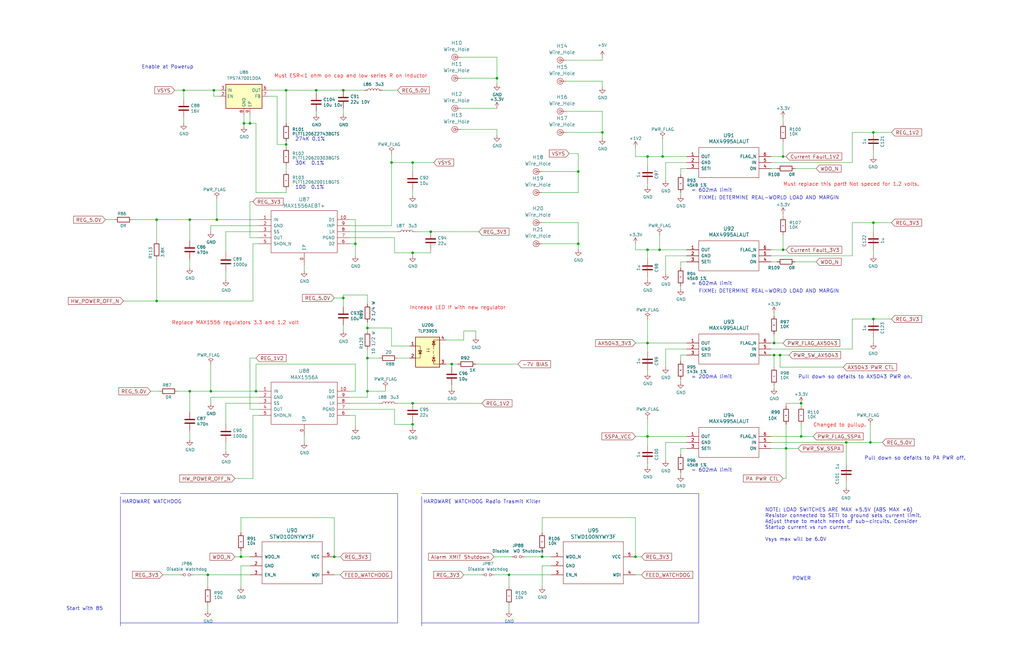
<source format=kicad_sch>
(kicad_sch (version 20230121) (generator eeschema)
  (paper "USLedger")
  (title_block (title "Radiation Tolerant PacSat Communication") (date "2023-06-17") (rev "A") (company "AMSAT-NA") (comment 1 "N5BRG"))
  (junction (at 181.61 97.79))
  (junction (at 228.6 234.95))
  (junction (at 101.6 234.95))
  (junction (at 140.97 234.95))
  (junction (at 326.39 144.78))
  (junction (at 254 55.88))
  (junction (at 279.4 66.04))
  (junction (at 173.99 106.68))
  (junction (at 77.47 38.1))
  (junction (at 278.13 105.41))
  (junction (at 66.04 127))
  (junction (at 80.01 165.1))
  (junction (at 267.97 234.95))
  (junction (at 273.05 184.15))
  (junction (at 154.94 151.13))
  (junction (at 144.78 38.1))
  (junction (at 368.3 134.62))
  (junction (at 88.9 165.1))
  (junction (at 243.84 72.39))
  (junction (at 337.82 170.18))
  (junction (at 120.65 60.96))
  (junction (at 102.87 52.07))
  (junction (at 90.17 38.1))
  (junction (at 144.78 125.73))
  (junction (at 149.86 102.87))
  (junction (at 154.94 138.43))
  (junction (at 330.2 105.41))
  (junction (at 214.63 242.57))
  (junction (at 105.41 52.07))
  (junction (at 154.94 165.1))
  (junction (at 165.1 68.58))
  (junction (at 173.99 179.07))
  (junction (at 337.82 184.15))
  (junction (at 356.87 186.69))
  (junction (at 133.35 38.1))
  (junction (at 120.65 38.1))
  (junction (at 330.2 66.04))
  (junction (at 87.63 242.57))
  (junction (at 80.01 92.71))
  (junction (at 368.3 55.88))
  (junction (at 107.95 165.1))
  (junction (at 91.44 92.71))
  (junction (at 173.99 170.18))
  (junction (at 243.84 102.87))
  (junction (at 173.99 68.58))
  (junction (at 273.05 105.41))
  (junction (at 326.39 149.86))
  (junction (at 209.55 33.02))
  (junction (at 66.04 92.71))
  (junction (at 273.05 66.04))
  (junction (at 331.47 189.23))
  (junction (at 367.03 186.69))
  (junction (at 368.3 93.98))
  (junction (at 273.05 144.78))
  (junction (at 190.5 153.67))
  (junction (at 328.93 149.86))
  (wire (pts (xy 287.02 81.28) (xy 287.02 82.55)))
  (wire (pts (xy 273.05 176.53) (xy 273.05 184.15)))
  (wire (pts (xy 147.32 172.72) (xy 166.37 172.72)))
  (wire (pts (xy 220.98 234.95) (xy 228.6 234.95)))
  (wire (pts (xy 194.31 54.61) (xy 209.55 54.61)))
  (wire (pts (xy 330.2 66.04) (xy 331.47 66.04)))
  (wire (pts (xy 273.05 156.21) (xy 273.05 157.48)))
  (wire (pts (xy 195.58 143.51) (xy 195.58 139.7)))
  (wire (pts (xy 243.84 64.77) (xy 240.03 64.77)))
  (polyline (pts (xy 50.8 208.28) (xy 167.64 208.28)))
  (wire (pts (xy 107.95 81.28) (xy 120.65 81.28)))
  (wire (pts (xy 95.25 97.79) (xy 95.25 106.68)))
  (wire (pts (xy 200.66 139.7) (xy 200.66 142.24)))
  (wire (pts (xy 359.41 107.95) (xy 359.41 93.98)))
  (wire (pts (xy 120.65 60.96) (xy 120.65 62.23)))
  (wire (pts (xy 359.41 68.58) (xy 359.41 55.88)))
  (wire (pts (xy 166.37 172.72) (xy 166.37 179.07)))
  (wire (pts (xy 66.04 109.22) (xy 66.04 127)))
  (polyline (pts (xy 167.64 262.89) (xy 50.8 262.89)))
  (wire (pts (xy 190.5 153.67) (xy 193.04 153.67)))
  (wire (pts (xy 105.41 100.33) (xy 109.22 100.33)))
  (wire (pts (xy 359.41 134.62) (xy 359.41 147.32)))
  (wire (pts (xy 273.05 184.15) (xy 289.56 184.15)))
  (wire (pts (xy 330.2 49.53) (xy 330.2 52.07)))
  (wire (pts (xy 368.3 93.98) (xy 375.92 93.98)))
  (wire (pts (xy 190.5 153.67) (xy 190.5 154.94)))
  (wire (pts (xy 95.25 114.3) (xy 95.25 118.11)))
  (polyline (pts (xy 294.64 262.89) (xy 177.8 262.89)))
  (wire (pts (xy 172.72 146.05) (xy 165.1 146.05)))
  (wire (pts (xy 144.78 38.1) (xy 153.67 38.1)))
  (wire (pts (xy 330.2 201.93) (xy 331.47 201.93)))
  (wire (pts (xy 77.47 49.53) (xy 77.47 52.07)))
  (wire (pts (xy 228.6 234.95) (xy 232.41 234.95)))
  (wire (pts (xy 144.78 124.46) (xy 144.78 125.73)))
  (wire (pts (xy 337.82 170.18) (xy 337.82 171.45)))
  (wire (pts (xy 116.84 60.96) (xy 120.65 60.96)))
  (wire (pts (xy 287.02 152.4) (xy 287.02 149.86)))
  (wire (pts (xy 81.28 242.57) (xy 87.63 242.57)))
  (wire (pts (xy 116.84 40.64) (xy 116.84 60.96)))
  (wire (pts (xy 147.32 165.1) (xy 149.86 165.1)))
  (wire (pts (xy 331.47 179.07) (xy 331.47 189.23)))
  (wire (pts (xy 99.06 234.95) (xy 101.6 234.95)))
  (wire (pts (xy 279.4 66.04) (xy 289.56 66.04)))
  (wire (pts (xy 105.41 238.76) (xy 101.6 238.76)))
  (wire (pts (xy 335.28 71.12) (xy 344.17 71.12)))
  (wire (pts (xy 120.65 69.85) (xy 120.65 72.39)))
  (wire (pts (xy 101.6 234.95) (xy 105.41 234.95)))
  (wire (pts (xy 181.61 106.68) (xy 173.99 106.68)))
  (wire (pts (xy 109.22 97.79) (xy 95.25 97.79)))
  (wire (pts (xy 209.55 54.61) (xy 209.55 57.15)))
  (wire (pts (xy 368.3 66.04) (xy 368.3 63.5)))
  (wire (pts (xy 140.97 234.95) (xy 143.51 234.95)))
  (wire (pts (xy 44.45 92.71) (xy 48.26 92.71)))
  (wire (pts (xy 109.22 175.26) (xy 106.68 175.26)))
  (wire (pts (xy 368.3 105.41) (xy 368.3 107.95)))
  (wire (pts (xy 273.05 109.22) (xy 273.05 105.41)))
  (wire (pts (xy 254 46.99) (xy 254 55.88)))
  (wire (pts (xy 90.17 40.64) (xy 92.71 40.64)))
  (wire (pts (xy 356.87 186.69) (xy 367.03 186.69)))
  (wire (pts (xy 325.12 66.04) (xy 330.2 66.04)))
  (wire (pts (xy 337.82 184.15) (xy 342.9 184.15)))
  (wire (pts (xy 287.02 191.77) (xy 287.02 189.23)))
  (wire (pts (xy 106.68 201.93) (xy 106.68 175.26)))
  (wire (pts (xy 105.41 48.26) (xy 105.41 52.07)))
  (wire (pts (xy 167.64 151.13) (xy 172.72 151.13)))
  (wire (pts (xy 173.99 80.01) (xy 173.99 82.55)))
  (wire (pts (xy 267.97 62.23) (xy 267.97 66.04)))
  (wire (pts (xy 181.61 105.41) (xy 181.61 106.68)))
  (wire (pts (xy 113.03 40.64) (xy 116.84 40.64)))
  (wire (pts (xy 368.3 55.88) (xy 375.92 55.88)))
  (wire (pts (xy 120.65 59.69) (xy 120.65 60.96)))
  (wire (pts (xy 102.87 52.07) (xy 102.87 53.34)))
  (wire (pts (xy 190.5 162.56) (xy 190.5 163.83)))
  (wire (pts (xy 182.88 68.58) (xy 173.99 68.58)))
  (wire (pts (xy 154.94 138.43) (xy 154.94 139.7)))
  (wire (pts (xy 326.39 144.78) (xy 325.12 144.78)))
  (wire (pts (xy 273.05 148.59) (xy 273.05 144.78)))
  (wire (pts (xy 107.95 81.28) (xy 107.95 52.07)))
  (wire (pts (xy 278.13 105.41) (xy 289.56 105.41)))
  (wire (pts (xy 109.22 167.64) (xy 88.9 167.64)))
  (wire (pts (xy 273.05 134.62) (xy 273.05 144.78)))
  (wire (pts (xy 77.47 38.1) (xy 90.17 38.1)))
  (wire (pts (xy 149.86 102.87) (xy 149.86 107.95)))
  (wire (pts (xy 208.28 242.57) (xy 214.63 242.57)))
  (wire (pts (xy 144.78 124.46) (xy 154.94 124.46)))
  (wire (pts (xy 133.35 46.99) (xy 133.35 48.26)))
  (wire (pts (xy 287.02 199.39) (xy 287.02 200.66)))
  (wire (pts (xy 200.66 153.67) (xy 218.44 153.67)))
  (wire (pts (xy 273.05 69.85) (xy 273.05 66.04)))
  (wire (pts (xy 77.47 41.91) (xy 77.47 38.1)))
  (wire (pts (xy 331.47 170.18) (xy 331.47 171.45)))
  (wire (pts (xy 243.84 102.87) (xy 243.84 105.41)))
  (wire (pts (xy 326.39 132.08) (xy 326.39 133.35)))
  (wire (pts (xy 101.6 218.44) (xy 140.97 218.44)))
  (wire (pts (xy 368.3 134.62) (xy 375.92 134.62)))
  (polyline (pts (xy 177.8 208.28) (xy 294.64 208.28)))
  (wire (pts (xy 330.2 66.04) (xy 330.2 59.69)))
  (wire (pts (xy 95.25 186.69) (xy 95.25 190.5)))
  (wire (pts (xy 325.12 184.15) (xy 337.82 184.15)))
  (wire (pts (xy 173.99 72.39) (xy 173.99 68.58)))
  (wire (pts (xy 273.05 195.58) (xy 273.05 196.85)))
  (wire (pts (xy 149.86 92.71) (xy 149.86 102.87)))
  (wire (pts (xy 80.01 165.1) (xy 88.9 165.1)))
  (wire (pts (xy 187.96 143.51) (xy 195.58 143.51)))
  (wire (pts (xy 326.39 149.86) (xy 326.39 154.94)))
  (wire (pts (xy 173.99 179.07) (xy 173.99 180.34)))
  (wire (pts (xy 106.68 102.87) (xy 109.22 102.87)))
  (wire (pts (xy 356.87 195.58) (xy 356.87 186.69)))
  (wire (pts (xy 66.04 92.71) (xy 66.04 101.6)))
  (wire (pts (xy 273.05 144.78) (xy 289.56 144.78)))
  (wire (pts (xy 80.01 92.71) (xy 80.01 101.6)))
  (wire (pts (xy 287.02 160.02) (xy 287.02 161.29)))
  (wire (pts (xy 144.78 137.16) (xy 144.78 139.7)))
  (wire (pts (xy 287.02 73.66) (xy 287.02 71.12)))
  (wire (pts (xy 165.1 95.25) (xy 165.1 68.58)))
  (wire (pts (xy 95.25 170.18) (xy 95.25 179.07)))
  (wire (pts (xy 162.56 163.83) (xy 162.56 165.1)))
  (wire (pts (xy 161.29 38.1) (xy 167.64 38.1)))
  (wire (pts (xy 154.94 151.13) (xy 160.02 151.13)))
  (wire (pts (xy 133.35 39.37) (xy 133.35 38.1)))
  (wire (pts (xy 76.2 242.57) (xy 68.58 242.57)))
  (wire (pts (xy 88.9 165.1) (xy 107.95 165.1)))
  (wire (pts (xy 326.39 162.56) (xy 326.39 163.83)))
  (wire (pts (xy 147.32 102.87) (xy 149.86 102.87)))
  (wire (pts (xy 87.63 255.27) (xy 87.63 257.81)))
  (wire (pts (xy 267.97 66.04) (xy 273.05 66.04)))
  (wire (pts (xy 209.55 24.13) (xy 209.55 33.02)))
  (wire (pts (xy 267.97 218.44) (xy 267.97 234.95)))
  (wire (pts (xy 105.41 151.13) (xy 107.95 151.13)))
  (wire (pts (xy 331.47 189.23) (xy 336.55 189.23)))
  (wire (pts (xy 187.96 153.67) (xy 190.5 153.67)))
  (wire (pts (xy 287.02 110.49) (xy 289.56 110.49)))
  (wire (pts (xy 133.35 38.1) (xy 144.78 38.1)))
  (wire (pts (xy 105.41 52.07) (xy 107.95 52.07)))
  (wire (pts (xy 120.65 80.01) (xy 120.65 81.28)))
  (wire (pts (xy 368.3 144.78) (xy 368.3 142.24)))
  (wire (pts (xy 154.94 151.13) (xy 154.94 165.1)))
  (wire (pts (xy 102.87 48.26) (xy 102.87 52.07)))
  (wire (pts (xy 167.64 170.18) (xy 173.99 170.18)))
  (wire (pts (xy 113.03 38.1) (xy 120.65 38.1)))
  (wire (pts (xy 165.1 138.43) (xy 154.94 138.43)))
  (wire (pts (xy 330.2 105.41) (xy 331.47 105.41)))
  (wire (pts (xy 107.95 153.67) (xy 107.95 165.1)))
  (wire (pts (xy 144.78 45.72) (xy 144.78 48.26)))
  (wire (pts (xy 289.56 68.58) (xy 280.67 68.58)))
  (wire (pts (xy 273.05 105.41) (xy 278.13 105.41)))
  (wire (pts (xy 128.27 184.15) (xy 128.27 186.69)))
  (wire (pts (xy 173.99 177.8) (xy 173.99 179.07)))
  (wire (pts (xy 106.68 127) (xy 106.68 102.87)))
  (wire (pts (xy 267.97 184.15) (xy 273.05 184.15)))
  (wire (pts (xy 149.86 175.26) (xy 149.86 180.34)))
  (wire (pts (xy 238.76 55.88) (xy 254 55.88)))
  (wire (pts (xy 228.6 238.76) (xy 228.6 247.65)))
  (wire (pts (xy 80.01 109.22) (xy 80.01 113.03)))
  (wire (pts (xy 74.93 165.1) (xy 80.01 165.1)))
  (wire (pts (xy 287.02 71.12) (xy 289.56 71.12)))
  (wire (pts (xy 175.26 97.79) (xy 181.61 97.79)))
  (wire (pts (xy 209.55 33.02) (xy 209.55 35.56)))
  (wire (pts (xy 359.41 93.98) (xy 368.3 93.98)))
  (wire (pts (xy 88.9 95.25) (xy 88.9 97.79)))
  (wire (pts (xy 254 34.29) (xy 254 36.83)))
  (wire (pts (xy 368.3 93.98) (xy 368.3 97.79)))
  (wire (pts (xy 173.99 106.68) (xy 173.99 107.95)))
  (wire (pts (xy 147.32 97.79) (xy 167.64 97.79)))
  (wire (pts (xy 238.76 25.4) (xy 254 25.4)))
  (wire (pts (xy 287.02 120.65) (xy 287.02 121.92)))
  (wire (pts (xy 273.05 66.04) (xy 279.4 66.04)))
  (wire (pts (xy 228.6 224.79) (xy 228.6 218.44)))
  (wire (pts (xy 367.03 186.69) (xy 372.11 186.69)))
  (wire (pts (xy 254 55.88) (xy 254 58.42)))
  (wire (pts (xy 287.02 189.23) (xy 289.56 189.23)))
  (wire (pts (xy 330.2 105.41) (xy 330.2 99.06)))
  (wire (pts (xy 243.84 72.39) (xy 243.84 81.28)))
  (wire (pts (xy 267.97 234.95) (xy 270.51 234.95)))
  (polyline (pts (xy 50.8 264.16) (xy 50.8 209.55)))
  (wire (pts (xy 243.84 93.98) (xy 243.84 102.87)))
  (wire (pts (xy 228.6 93.98) (xy 243.84 93.98)))
  (wire (pts (xy 90.17 38.1) (xy 90.17 40.64)))
  (wire (pts (xy 359.41 147.32) (xy 325.12 147.32)))
  (wire (pts (xy 87.63 242.57) (xy 87.63 247.65)))
  (wire (pts (xy 105.41 85.09) (xy 106.68 85.09)))
  (wire (pts (xy 273.05 187.96) (xy 273.05 184.15)))
  (wire (pts (xy 109.22 170.18) (xy 95.25 170.18)))
  (wire (pts (xy 166.37 106.68) (xy 173.99 106.68)))
  (wire (pts (xy 214.63 255.27) (xy 214.63 257.81)))
  (wire (pts (xy 328.93 149.86) (xy 328.93 154.94)))
  (wire (pts (xy 80.01 92.71) (xy 91.44 92.71)))
  (wire (pts (xy 228.6 102.87) (xy 243.84 102.87)))
  (wire (pts (xy 140.97 242.57) (xy 143.51 242.57)))
  (wire (pts (xy 326.39 149.86) (xy 328.93 149.86)))
  (wire (pts (xy 325.12 149.86) (xy 326.39 149.86)))
  (wire (pts (xy 194.31 45.72) (xy 209.55 45.72)))
  (wire (pts (xy 238.76 46.99) (xy 254 46.99)))
  (wire (pts (xy 91.44 92.71) (xy 109.22 92.71)))
  (wire (pts (xy 325.12 71.12) (xy 327.66 71.12)))
  (wire (pts (xy 105.41 85.09) (xy 105.41 100.33)))
  (wire (pts (xy 147.32 95.25) (xy 165.1 95.25)))
  (wire (pts (xy 154.94 147.32) (xy 154.94 151.13)))
  (wire (pts (xy 335.28 110.49) (xy 344.17 110.49)))
  (wire (pts (xy 267.97 144.78) (xy 273.05 144.78)))
  (wire (pts (xy 147.32 170.18) (xy 160.02 170.18)))
  (wire (pts (xy 267.97 105.41) (xy 273.05 105.41)))
  (wire (pts (xy 367.03 179.07) (xy 367.03 186.69)))
  (wire (pts (xy 88.9 153.67) (xy 88.9 165.1)))
  (wire (pts (xy 214.63 242.57) (xy 232.41 242.57)))
  (wire (pts (xy 66.04 92.71) (xy 80.01 92.71)))
  (wire (pts (xy 325.12 105.41) (xy 330.2 105.41)))
  (wire (pts (xy 166.37 100.33) (xy 166.37 106.68)))
  (wire (pts (xy 120.65 38.1) (xy 120.65 52.07)))
  (wire (pts (xy 273.05 77.47) (xy 273.05 78.74)))
  (wire (pts (xy 88.9 167.64) (xy 88.9 170.18)))
  (wire (pts (xy 330.2 90.17) (xy 330.2 91.44)))
  (wire (pts (xy 109.22 95.25) (xy 88.9 95.25)))
  (wire (pts (xy 280.67 147.32) (xy 280.67 154.94)))
  (wire (pts (xy 331.47 189.23) (xy 331.47 201.93)))
  (wire (pts (xy 289.56 107.95) (xy 280.67 107.95)))
  (wire (pts (xy 267.97 102.87) (xy 267.97 105.41)))
  (wire (pts (xy 228.6 81.28) (xy 243.84 81.28)))
  (wire (pts (xy 165.1 68.58) (xy 173.99 68.58)))
  (wire (pts (xy 355.6 154.94) (xy 328.93 154.94)))
  (wire (pts (xy 154.94 165.1) (xy 154.94 167.64)))
  (wire (pts (xy 359.41 134.62) (xy 368.3 134.62)))
  (wire (pts (xy 105.41 172.72) (xy 105.41 151.13)))
  (wire (pts (xy 90.17 38.1) (xy 92.71 38.1)))
  (wire (pts (xy 325.12 110.49) (xy 327.66 110.49)))
  (polyline (pts (xy 167.64 208.28) (xy 167.64 262.89)))
  (wire (pts (xy 254 24.13) (xy 254 25.4)))
  (wire (pts (xy 289.56 186.69) (xy 280.67 186.69)))
  (wire (pts (xy 273.05 116.84) (xy 273.05 118.11)))
  (wire (pts (xy 287.02 149.86) (xy 289.56 149.86)))
  (wire (pts (xy 232.41 238.76) (xy 228.6 238.76)))
  (wire (pts (xy 52.07 127) (xy 66.04 127)))
  (wire (pts (xy 154.94 135.89) (xy 154.94 138.43)))
  (wire (pts (xy 101.6 232.41) (xy 101.6 234.95)))
  (wire (pts (xy 326.39 140.97) (xy 326.39 144.78)))
  (wire (pts (xy 87.63 242.57) (xy 105.41 242.57)))
  (wire (pts (xy 194.31 24.13) (xy 209.55 24.13)))
  (wire (pts (xy 337.82 170.18) (xy 331.47 170.18)))
  (wire (pts (xy 147.32 92.71) (xy 149.86 92.71)))
  (wire (pts (xy 120.65 38.1) (xy 133.35 38.1)))
  (wire (pts (xy 109.22 172.72) (xy 105.41 172.72)))
  (polyline (pts (xy 177.8 264.16) (xy 177.8 209.55)))
  (wire (pts (xy 195.58 139.7) (xy 200.66 139.7)))
  (wire (pts (xy 325.12 186.69) (xy 356.87 186.69)))
  (wire (pts (xy 359.41 55.88) (xy 368.3 55.88)))
  (wire (pts (xy 166.37 179.07) (xy 173.99 179.07)))
  (wire (pts (xy 165.1 146.05) (xy 165.1 138.43)))
  (wire (pts (xy 289.56 147.32) (xy 280.67 147.32)))
  (wire (pts (xy 243.84 64.77) (xy 243.84 72.39)))
  (wire (pts (xy 101.6 224.79) (xy 101.6 218.44)))
  (wire (pts (xy 214.63 242.57) (xy 214.63 247.65)))
  (wire (pts (xy 356.87 205.74) (xy 356.87 203.2)))
  (wire (pts (xy 325.12 107.95) (xy 359.41 107.95)))
  (wire (pts (xy 144.78 125.73) (xy 140.97 125.73)))
  (wire (pts (xy 267.97 242.57) (xy 270.51 242.57)))
  (wire (pts (xy 66.04 127) (xy 106.68 127)))
  (wire (pts (xy 173.99 170.18) (xy 203.2 170.18)))
  (wire (pts (xy 147.32 167.64) (xy 154.94 167.64)))
  (wire (pts (xy 102.87 52.07) (xy 105.41 52.07)))
  (wire (pts (xy 330.2 144.78) (xy 326.39 144.78)))
  (wire (pts (xy 287.02 113.03) (xy 287.02 110.49)))
  (wire (pts (xy 154.94 124.46) (xy 154.94 128.27)))
  (wire (pts (xy 325.12 189.23) (xy 331.47 189.23)))
  (wire (pts (xy 337.82 179.07) (xy 337.82 184.15)))
  (wire (pts (xy 80.01 165.1) (xy 80.01 173.99)))
  (wire (pts (xy 165.1 64.77) (xy 165.1 68.58)))
  (wire (pts (xy 147.32 175.26) (xy 149.86 175.26)))
  (wire (pts (xy 228.6 218.44) (xy 267.97 218.44)))
  (wire (pts (xy 149.86 153.67) (xy 107.95 153.67)))
  (wire (pts (xy 128.27 111.76) (xy 128.27 114.3)))
  (wire (pts (xy 278.13 99.06) (xy 278.13 105.41)))
  (wire (pts (xy 144.78 129.54) (xy 144.78 125.73)))
  (wire (pts (xy 280.67 186.69) (xy 280.67 194.31)))
  (wire (pts (xy 280.67 68.58) (xy 280.67 76.2)))
  (wire (pts (xy 228.6 232.41) (xy 228.6 234.95)))
  (wire (pts (xy 55.88 92.71) (xy 66.04 92.71)))
  (wire (pts (xy 149.86 165.1) (xy 149.86 153.67)))
  (wire (pts (xy 91.44 83.82) (xy 91.44 92.71)))
  (wire (pts (xy 101.6 238.76) (xy 101.6 247.65)))
  (wire (pts (xy 279.4 58.42) (xy 279.4 66.04)))
  (wire (pts (xy 325.12 68.58) (xy 359.41 68.58)))
  (wire (pts (xy 147.32 100.33) (xy 166.37 100.33)))
  (wire (pts (xy 77.47 38.1) (xy 73.66 38.1)))
  (wire (pts (xy 228.6 72.39) (xy 243.84 72.39)))
  (wire (pts (xy 63.5 165.1) (xy 67.31 165.1)))
  (wire (pts (xy 194.31 33.02) (xy 209.55 33.02)))
  (wire (pts (xy 107.95 165.1) (xy 109.22 165.1)))
  (wire (pts (xy 208.28 234.95) (xy 215.9 234.95)))
  (wire (pts (xy 181.61 97.79) (xy 201.93 97.79)))
  (wire (pts (xy 328.93 149.86) (xy 332.74 149.86)))
  (polyline (pts (xy 294.64 208.28) (xy 294.64 262.89)))
  (wire (pts (xy 140.97 218.44) (xy 140.97 234.95)))
  (wire (pts (xy 80.01 181.61) (xy 80.01 185.42)))
  (wire (pts (xy 154.94 165.1) (xy 162.56 165.1)))
  (wire (pts (xy 99.06 201.93) (xy 106.68 201.93)))
  (wire (pts (xy 280.67 107.95) (xy 280.67 115.57)))
  (wire (pts (xy 238.76 34.29) (xy 254 34.29)))
  (wire (pts (xy 203.2 242.57) (xy 195.58 242.57)))
  (text "Replace MAX1556 regulators 3.3 and 1.2 volt\n" (at 72.39 137.16 0) (effects (font (size 1.524 1.524)) (justify left bottom)))
  (text "Increase LED If with new regulator" (at 172.72 130.81 0) (effects (font (size 1.524 1.524)) (justify left bottom)))
  (text "= 200mA limit" (at 291.465 160.02 0) (effects (font (size 1.524 1.524)) (justify left bottom)))
  (text "FIXME: DETERMINE REAL-WORLD LOAD AND MARGIN" (at 294.64 84.455 0) (effects (font (size 1.524 1.524)) (justify left bottom)))
  (text "Must replace this part! Not speced for 1.2 volts." (at 330.2 78.74 0) (effects (font (size 1.524 1.524)) (justify left bottom)))
  (text "Must ESR<1 ohm on cap and low series R on Inductor" (at 115.57 33.02 0) (effects (font (size 1.524 1.524)) (justify left bottom)))
  (text "Start with 85" (at 27.94 257.81 0) (effects (font (size 1.524 1.524)) (justify left bottom)))
  (text "30K  0.1%" (at 124.46 69.85 0) (effects (font (size 1.524 1.524)) (justify left bottom)))
  (text "Changed to pullup." (at 342.9 180.34 0) (effects (font (size 1.524 1.524)) (justify left bottom)))
  (text "274K 0.1%" (at 124.46 59.69 0) (effects (font (size 1.524 1.524)) (justify left bottom)))
  (text "NOTE: LOAD SWITCHES ARE MAX +5.5V (ABS MAX +6)\nResistor connected to SETI to ground sets current limit.\nAdjust these to match needs of sub-circuits. Consider\nStartup current vs run current.\n" (at 322.58 223.52 0) (effects (font (size 1.524 1.524)) (justify left bottom)))
  (text "HARDWARE WATCHDOG" (at 51.435 212.725 0) (effects (font (size 1.524 1.524)) (justify left bottom)))
  (text "100  0.1%" (at 124.46 80.01 0) (effects (font (size 1.524 1.524)) (justify left bottom)))
  (text "FIXME: DETERMINE REAL-WORLD LOAD AND MARGIN" (at 294.64 123.825 0) (effects (font (size 1.524 1.524)) (justify left bottom)))
  (text "Vsys max will be 6.0V" (at 322.58 228.6 0) (effects (font (size 1.524 1.524)) (justify left bottom)))
  (text "HARDWARE WATCHDOG Radio Trasmit Killer" (at 178.435 212.725 0) (effects (font (size 1.524 1.524)) (justify left bottom)))
  (text "= 602mA limit" (at 291.465 120.65 0) (effects (font (size 1.524 1.524)) (justify left bottom)))
  (text "Pull down so defalts to AX5043 PWR on." (at 336.55 160.02 0) (effects (font (size 1.524 1.524)) (justify left bottom)))
  (text "Enable at Powerup" (at 59.69 29.21 0) (effects (font (size 1.524 1.524)) (justify left bottom)))
  (text "Pull down so defalts to PA PWR off." (at 364.49 194.31 0) (effects (font (size 1.524 1.524)) (justify left bottom)))
  (text "= 602mA limit" (at 291.465 81.28 0) (effects (font (size 1.524 1.524)) (justify left bottom)))
  (text "POWER" (at 334.01 245.11 0) (effects (font (size 1.524 1.524)) (justify left bottom)))
  (text "= 602mA limit" (at 291.465 199.39 0) (effects (font (size 1.524 1.524)) (justify left bottom)))
  (global_label "HW_POWER_OFF_N" (shape input) (at 99.06 201.93 180) (effects (font (size 1.524 1.524))) (property "Intersheetrefs" "${INTERSHEET_REFS}" (effects hide)))
  (global_label "HW_POWER_OFF_N" (shape input) (at 52.07 127 180) (effects (font (size 1.524 1.524))) (property "Intersheetrefs" "${INTERSHEET_REFS}" (effects hide)))
  (global_label "PWR_FLAG_AX5043" (shape input) (at 330.2 144.78 0) (effects (font (size 1.524 1.524))) (property "Intersheetrefs" "${INTERSHEET_REFS}" (effects hide)))
  (global_label "-7V BIAS" (shape input) (at 218.44 153.67 0) (effects (font (size 1.524 1.524))) (property "Intersheetrefs" "${INTERSHEET_REFS}" (effects hide)))
  (global_label "VSYS" (shape input) (at 182.88 68.58 0) (effects (font (size 1.524 1.524))) (property "Intersheetrefs" "${INTERSHEET_REFS}" (effects hide)))
  (global_label "WDO_N" (shape input) (at 344.17 110.49 0) (effects (font (size 1.524 1.524))) (property "Intersheetrefs" "${INTERSHEET_REFS}" (effects hide)))
  (global_label "REG_5.0V" (shape input) (at 63.5 165.1 180) (effects (font (size 1.524 1.524))) (property "Intersheetrefs" "${INTERSHEET_REFS}" (effects hide)))
  (global_label "WDO_N" (shape input) (at 99.06 234.95 180) (effects (font (size 1.524 1.524))) (property "Intersheetrefs" "${INTERSHEET_REFS}" (effects hide)))
  (global_label "REG_3V3" (shape input) (at 270.51 234.95 0) (effects (font (size 1.524 1.524))) (property "Intersheetrefs" "${INTERSHEET_REFS}" (effects hide)))
  (global_label "REG_3V3" (shape input) (at 68.58 242.57 180) (effects (font (size 1.524 1.524))) (property "Intersheetrefs" "${INTERSHEET_REFS}" (effects hide)))
  (global_label "PWR_SW_SSPA" (shape input) (at 336.55 189.23 0) (effects (font (size 1.524 1.524))) (property "Intersheetrefs" "${INTERSHEET_REFS}" (effects hide)))
  (global_label "REG_1V2" (shape input) (at 107.95 151.13 0) (effects (font (size 1.524 1.524))) (property "Intersheetrefs" "${INTERSHEET_REFS}" (effects hide)))
  (global_label "REG_3V3" (shape input) (at 201.93 97.79 0) (effects (font (size 1.524 1.524))) (property "Intersheetrefs" "${INTERSHEET_REFS}" (effects hide)))
  (global_label "WDO_N" (shape input) (at 344.17 71.12 0) (effects (font (size 1.524 1.524))) (property "Intersheetrefs" "${INTERSHEET_REFS}" (effects hide)))
  (global_label "REG_1V2" (shape input) (at 203.2 170.18 0) (effects (font (size 1.524 1.524))) (property "Intersheetrefs" "${INTERSHEET_REFS}" (effects hide)))
  (global_label "Current Fault_1V2" (shape input) (at 331.47 66.04 0) (effects (font (size 1.524 1.524))) (property "Intersheetrefs" "${INTERSHEET_REFS}" (effects hide)))
  (global_label "SSPA_VCC" (shape input) (at 267.97 184.15 180) (effects (font (size 1.524 1.524))) (property "Intersheetrefs" "${INTERSHEET_REFS}" (effects hide)))
  (global_label "FEED_WATCHDOG" (shape input) (at 270.51 242.57 0) (effects (font (size 1.524 1.524))) (property "Intersheetrefs" "${INTERSHEET_REFS}" (effects hide)))
  (global_label "REG_3V3" (shape input) (at 143.51 234.95 0) (effects (font (size 1.524 1.524))) (property "Intersheetrefs" "${INTERSHEET_REFS}" (effects hide)))
  (global_label "PWR_FLAG_SSPA" (shape input) (at 342.9 184.15 0) (effects (font (size 1.524 1.524))) (property "Intersheetrefs" "${INTERSHEET_REFS}" (effects hide)))
  (global_label "AX5043_3V3" (shape input) (at 267.97 144.78 180) (effects (font (size 1.524 1.524))) (property "Intersheetrefs" "${INTERSHEET_REFS}" (effects hide)))
  (global_label "REG_3V3" (shape input) (at 106.68 85.09 0) (effects (font (size 1.524 1.524))) (property "Intersheetrefs" "${INTERSHEET_REFS}" (effects hide)))
  (global_label "AX5043 PWR CTL" (shape input) (at 355.6 154.94 0) (effects (font (size 1.524 1.524))) (property "Intersheetrefs" "${INTERSHEET_REFS}" (effects hide)))
  (global_label "VSYS" (shape input) (at 73.66 38.1 180) (effects (font (size 1.524 1.524))) (property "Intersheetrefs" "${INTERSHEET_REFS}" (effects hide)))
  (global_label "Current Fault_3V3" (shape input) (at 331.47 105.41 0) (effects (font (size 1.524 1.524))) (property "Intersheetrefs" "${INTERSHEET_REFS}" (effects hide)))
  (global_label "REG_1V2" (shape input) (at 375.92 55.88 0) (effects (font (size 1.524 1.524))) (property "Intersheetrefs" "${INTERSHEET_REFS}" (effects hide)))
  (global_label "PWR_SW_AX5043" (shape input) (at 332.74 149.86 0) (effects (font (size 1.524 1.524))) (property "Intersheetrefs" "${INTERSHEET_REFS}" (effects hide)))
  (global_label "REG_3V3" (shape input) (at 375.92 134.62 0) (effects (font (size 1.524 1.524))) (property "Intersheetrefs" "${INTERSHEET_REFS}" (effects hide)))
  (global_label "REG_3V3" (shape input) (at 195.58 242.57 180) (effects (font (size 1.524 1.524))) (property "Intersheetrefs" "${INTERSHEET_REFS}" (effects hide)))
  (global_label "FEED_WATCHDOG" (shape input) (at 143.51 242.57 0) (effects (font (size 1.524 1.524))) (property "Intersheetrefs" "${INTERSHEET_REFS}" (effects hide)))
  (global_label "REG_5.0V" (shape input) (at 140.97 125.73 180) (effects (font (size 1.524 1.524))) (property "Intersheetrefs" "${INTERSHEET_REFS}" (effects hide)))
  (global_label "REG_3V3" (shape input) (at 375.92 93.98 0) (effects (font (size 1.524 1.524))) (property "Intersheetrefs" "${INTERSHEET_REFS}" (effects hide)))
  (global_label "REG_5.0V" (shape input) (at 44.45 92.71 180) (effects (font (size 1.524 1.524))) (property "Intersheetrefs" "${INTERSHEET_REFS}" (effects hide)))
  (global_label "VSYS" (shape input) (at 240.03 64.77 180) (effects (font (size 1.524 1.524))) (property "Intersheetrefs" "${INTERSHEET_REFS}" (effects hide)))
  (global_label "PA PWR CTL" (shape input) (at 330.2 201.93 180) (effects (font (size 1.524 1.524))) (property "Intersheetrefs" "${INTERSHEET_REFS}" (effects hide)))
  (global_label "Alarm XMIT Shutdown" (shape input) (at 208.28 234.95 180) (effects (font (size 1.524 1.524))) (property "Intersheetrefs" "${INTERSHEET_REFS}" (effects hide)))
  (global_label "REG_5.0V" (shape input) (at 372.11 186.69 0) (effects (font (size 1.524 1.524))) (property "Intersheetrefs" "${INTERSHEET_REFS}" (effects hide)))
  (global_label "REG_5.0V" (shape input) (at 167.64 38.1 0) (effects (font (size 1.524 1.524))) (property "Intersheetrefs" "${INTERSHEET_REFS}" (effects hide)))
  (symbol (lib_id "Device:L") (at 171.45 97.79 90) (unit 1)
    (property "Reference" "L87" (at 168.91 95.25 90))
    (property "Value" "3u3" (at 173.99 95.25 90))
    (property "Footprint" "Inductor_SMD:L_1210_3225Metric_Pad1.42x2.65mm_HandSolder" (effects hide))
  )
  (symbol (lib_id "Device:C") (at 181.61 101.6 0) (unit 1)
    (property "Reference" "C94" (at 184.531 100.4316 0) (effects (justify left)))
    (property "Value" "22u" (at 184.531 102.743 0) (effects (justify left)))
    (property "Footprint" "Capacitor_SMD:C_2220_5650Metric_Pad1.97x5.40mm_HandSolder" (effects hide))
  )
  (symbol (lib_id "Device:C") (at 80.01 105.41 0) (unit 1)
    (property "Reference" "C86" (at 82.931 104.2416 0) (effects (justify left)))
    (property "Value" "470n" (at 82.931 106.553 0) (effects (justify left)))
    (property "Footprint" "Capacitor_SMD:C_0603_1608Metric_Pad1.08x0.95mm_HandSolder" (effects hide))
  )
  (symbol (lib_id "power:GND") (at 80.01 113.03 0) (unit 1)
    (property "Reference" "#PWR088" (effects hide))
    (property "Value" "GND" (at 80.137 117.4242 0))
  )
  (symbol (lib_id "Device:C") (at 173.99 76.2 0) (unit 1)
    (property "Reference" "C92" (at 176.911 75.0316 0) (effects (justify left)))
    (property "Value" "10u" (at 176.911 77.343 0) (effects (justify left)))
    (property "Footprint" "Capacitor_SMD:C_1206_3216Metric_Pad1.33x1.80mm_HandSolder" (effects hide))
  )
  (symbol (lib_id "power:GND") (at 173.99 82.55 0) (unit 1)
    (property "Reference" "#PWR0111" (effects hide))
    (property "Value" "GND" (at 174.117 86.9442 0))
  )
  (symbol (lib_id "power:GND") (at 173.99 107.95 0) (unit 1)
    (property "Reference" "#PWR0115" (effects hide))
    (property "Value" "GND" (at 174.117 112.3442 0))
  )
  (symbol (lib_id "power:GND") (at 280.67 154.94 0) (unit 1)
    (property "Reference" "#PWR0135" (effects hide))
    (property "Value" "GND" (at 280.797 159.3342 0))
  )
  (symbol (lib_id "Device:C") (at 368.3 138.43 0) (mirror y) (unit 1)
    (property "Reference" "C123" (at 372.11 138.43 90))
    (property "Value" "1u" (at 364.49 138.43 90))
    (property "Footprint" "Capacitor_SMD:C_0805_2012Metric_Pad1.18x1.45mm_HandSolder" (effects hide))
    (property "Datasheet" "~" (at 368.3 138.43 0))
  )
  (symbol (lib_id "power:GND") (at 368.3 144.78 0) (mirror y) (unit 1)
    (property "Reference" "#PWR0190" (effects hide))
    (property "Value" "GND" (at 368.173 149.1742 0))
  )
  (symbol (lib_id "power:GND") (at 356.87 205.74 0) (mirror y) (unit 1)
    (property "Reference" "#PWR0187" (effects hide))
    (property "Value" "GND" (at 356.743 210.1342 0))
  )
  (symbol (lib_id "Device:C") (at 356.87 199.39 0) (mirror y) (unit 1)
    (property "Reference" "C101" (at 353.06 201.93 90))
    (property "Value" "1u" (at 353.06 196.85 90))
    (property "Footprint" "Capacitor_SMD:C_0805_2012Metric_Pad1.18x1.45mm_HandSolder" (effects hide))
    (property "Datasheet" "~" (at 356.87 199.39 0))
  )
  (symbol (lib_id "PACSAT_ICs:MAX1556A") (at 128.27 97.79 0) (unit 1)
    (property "Reference" "U87" (at 128.27 84.1502 0) (effects (font (size 1.524 1.524))))
    (property "Value" "MAX1556AEBT+" (at 128.27 86.8426 0) (effects (font (size 1.524 1.524))))
    (property "Footprint" "PacSatDev_maxim:TDFN_T1033_1" (effects hide))
  )
  (symbol (lib_id "Device:R") (at 52.07 92.71 90) (unit 1)
    (property "Reference" "R86" (at 53.34 90.17 90) (effects (justify left)))
    (property "Value" "0R" (at 53.34 95.25 90) (effects (justify left)))
    (property "Footprint" "Resistor_SMD:R_0603_1608Metric_Pad0.98x0.95mm_HandSolder" (effects hide))
  )
  (symbol (lib_id "Device:C") (at 95.25 110.49 0) (unit 1)
    (property "Reference" "C89" (at 98.171 109.3216 0) (effects (justify left)))
    (property "Value" "1000p" (at 98.171 111.633 0) (effects (justify left)))
    (property "Footprint" "Capacitor_SMD:C_0603_1608Metric_Pad1.08x0.95mm_HandSolder" (effects hide))
  )
  (symbol (lib_id "power:GND") (at 95.25 118.11 0) (unit 1)
    (property "Reference" "#PWR098" (effects hide))
    (property "Value" "GND" (at 95.377 122.5042 0))
  )
  (symbol (lib_id "power:GND") (at 88.9 97.79 0) (unit 1)
    (property "Reference" "#PWR096" (effects hide))
    (property "Value" "GND" (at 89.027 102.1842 0))
  )
  (symbol (lib_id "power:GND") (at 128.27 114.3 0) (unit 1)
    (property "Reference" "#PWR0108" (effects hide))
    (property "Value" "GND" (at 128.397 118.6942 0))
  )
  (symbol (lib_id "power:GND") (at 149.86 107.95 0) (unit 1)
    (property "Reference" "#PWR0113" (effects hide))
    (property "Value" "GND" (at 149.987 112.3442 0))
  )
  (symbol (lib_id "Device:L") (at 163.83 170.18 90) (unit 1)
    (property "Reference" "L88" (at 161.29 167.64 90))
    (property "Value" "3u3" (at 166.37 167.64 90))
    (property "Footprint" "Inductor_SMD:L_1210_3225Metric_Pad1.42x2.65mm_HandSolder" (effects hide))
  )
  (symbol (lib_id "Device:C") (at 173.99 173.99 0) (unit 1)
    (property "Reference" "C95" (at 176.911 172.8216 0) (effects (justify left)))
    (property "Value" "22u" (at 176.911 175.133 0) (effects (justify left)))
    (property "Footprint" "Capacitor_SMD:C_2220_5650Metric_Pad1.97x5.40mm_HandSolder" (effects hide))
  )
  (symbol (lib_id "Device:C") (at 80.01 177.8 0) (unit 1)
    (property "Reference" "C87" (at 82.931 176.6316 0) (effects (justify left)))
    (property "Value" "470n" (at 82.931 178.943 0) (effects (justify left)))
    (property "Footprint" "Capacitor_SMD:C_0603_1608Metric_Pad1.08x0.95mm_HandSolder" (effects hide))
  )
  (symbol (lib_id "power:GND") (at 80.01 185.42 0) (unit 1)
    (property "Reference" "#PWR092" (effects hide))
    (property "Value" "GND" (at 80.137 189.8142 0))
  )
  (symbol (lib_id "Device:C") (at 144.78 133.35 0) (unit 1)
    (property "Reference" "C93" (at 147.701 132.1816 0) (effects (justify left)))
    (property "Value" "10u" (at 147.701 134.493 0) (effects (justify left)))
    (property "Footprint" "Capacitor_SMD:C_2220_5650Metric_Pad1.97x5.40mm_HandSolder" (effects hide))
  )
  (symbol (lib_id "power:GND") (at 144.78 139.7 0) (unit 1)
    (property "Reference" "#PWR0112" (effects hide))
    (property "Value" "GND" (at 144.907 144.0942 0))
  )
  (symbol (lib_id "power:GND") (at 173.99 180.34 0) (unit 1)
    (property "Reference" "#PWR0116" (effects hide))
    (property "Value" "GND" (at 174.117 184.7342 0))
  )
  (symbol (lib_id "PACSAT_ICs:MAX1556A") (at 128.27 170.18 0) (unit 1)
    (property "Reference" "U88" (at 128.27 156.5402 0) (effects (font (size 1.524 1.524))))
    (property "Value" "MAX1556A" (at 128.27 159.2326 0) (effects (font (size 1.524 1.524))))
    (property "Footprint" "PacSatDev_maxim:TDFN_T1033_1" (effects hide))
  )
  (symbol (lib_id "Device:R") (at 71.12 165.1 90) (unit 1)
    (property "Reference" "R87" (at 72.39 162.56 90) (effects (justify left)))
    (property "Value" "0R" (at 72.39 167.64 90) (effects (justify left)))
    (property "Footprint" "Resistor_SMD:R_0603_1608Metric_Pad0.98x0.95mm_HandSolder" (effects hide))
  )
  (symbol (lib_id "Device:C") (at 95.25 182.88 0) (unit 1)
    (property "Reference" "C90" (at 98.171 181.7116 0) (effects (justify left)))
    (property "Value" "1000p" (at 98.171 184.023 0) (effects (justify left)))
    (property "Footprint" "Capacitor_SMD:C_0603_1608Metric_Pad1.08x0.95mm_HandSolder" (effects hide))
  )
  (symbol (lib_id "power:GND") (at 95.25 190.5 0) (unit 1)
    (property "Reference" "#PWR099" (effects hide))
    (property "Value" "GND" (at 95.377 194.8942 0))
  )
  (symbol (lib_id "power:GND") (at 88.9 170.18 0) (unit 1)
    (property "Reference" "#PWR097" (effects hide))
    (property "Value" "GND" (at 89.027 174.5742 0))
  )
  (symbol (lib_id "power:GND") (at 128.27 186.69 0) (unit 1)
    (property "Reference" "#PWR0109" (effects hide))
    (property "Value" "GND" (at 128.397 191.0842 0))
  )
  (symbol (lib_id "power:GND") (at 149.86 180.34 0) (unit 1)
    (property "Reference" "#PWR0114" (effects hide))
    (property "Value" "GND" (at 149.987 184.7342 0))
  )
  (symbol (lib_id "Device:R") (at 287.02 156.21 0) (unit 1)
    (property "Reference" "R95" (at 289.56 154.94 0) (effects (justify left)))
    (property "Value" "143k 1%" (at 289.56 156.845 0) (effects (justify left)))
    (property "Footprint" "Resistor_SMD:R_0603_1608Metric_Pad0.98x0.95mm_HandSolder" (effects hide))
    (property "Datasheet" "~" (at 287.02 156.21 0))
  )
  (symbol (lib_id "power:GND") (at 287.02 161.29 0) (unit 1)
    (property "Reference" "#PWR0139" (effects hide))
    (property "Value" "GND" (at 287.147 165.6842 0))
  )
  (symbol (lib_id "power:GND") (at 280.67 194.31 0) (unit 1)
    (property "Reference" "#PWR0136" (effects hide))
    (property "Value" "GND" (at 280.797 198.7042 0))
  )
  (symbol (lib_id "Device:R") (at 287.02 195.58 0) (unit 1)
    (property "Reference" "R96" (at 289.56 194.31 0) (effects (justify left)))
    (property "Value" "45k8 1%" (at 289.56 196.215 0) (effects (justify left)))
    (property "Footprint" "Resistor_SMD:R_0603_1608Metric_Pad0.98x0.95mm_HandSolder" (effects hide))
    (property "Datasheet" "~" (at 287.02 195.58 0))
  )
  (symbol (lib_id "power:GND") (at 287.02 200.66 0) (unit 1)
    (property "Reference" "#PWR0162" (effects hide))
    (property "Value" "GND" (at 287.147 205.0542 0))
  )
  (symbol (lib_id "Device:C") (at 273.05 152.4 0) (mirror y) (unit 1)
    (property "Reference" "C99" (at 276.86 152.4 90))
    (property "Value" "1u" (at 269.24 152.4 90))
    (property "Footprint" "Capacitor_SMD:C_0805_2012Metric_Pad1.18x1.45mm_HandSolder" (effects hide))
    (property "Datasheet" "~" (at 273.05 152.4 0))
  )
  (symbol (lib_id "power:GND") (at 273.05 157.48 0) (unit 1)
    (property "Reference" "#PWR0131" (effects hide))
    (property "Value" "GND" (at 273.177 161.8742 0))
  )
  (symbol (lib_id "Device:C") (at 273.05 191.77 0) (mirror y) (unit 1)
    (property "Reference" "C100" (at 276.86 191.77 90))
    (property "Value" "1u" (at 269.24 191.77 90))
    (property "Footprint" "Capacitor_SMD:C_0805_2012Metric_Pad1.18x1.45mm_HandSolder" (effects hide))
    (property "Datasheet" "~" (at 273.05 191.77 0))
  )
  (symbol (lib_id "power:GND") (at 273.05 196.85 0) (unit 1)
    (property "Reference" "#PWR0132" (effects hide))
    (property "Value" "GND" (at 273.177 201.2442 0))
  )
  (symbol (lib_id "power:GND") (at 280.67 115.57 0) (unit 1)
    (property "Reference" "#PWR0134" (effects hide))
    (property "Value" "GND" (at 280.797 119.9642 0))
  )
  (symbol (lib_id "Device:C") (at 368.3 101.6 0) (mirror x) (unit 1)
    (property "Reference" "C122" (at 364.49 101.6 90))
    (property "Value" "1u" (at 372.11 101.6 90))
    (property "Footprint" "Capacitor_SMD:C_0805_2012Metric_Pad1.18x1.45mm_HandSolder" (effects hide))
    (property "Datasheet" "~" (at 368.3 101.6 0))
  )
  (symbol (lib_id "power:GND") (at 368.3 107.95 0) (mirror y) (unit 1)
    (property "Reference" "#PWR0189" (effects hide))
    (property "Value" "GND" (at 368.173 112.3442 0))
  )
  (symbol (lib_id "Device:C") (at 273.05 113.03 0) (mirror y) (unit 1)
    (property "Reference" "C98" (at 276.86 113.03 90))
    (property "Value" "1u" (at 269.24 113.03 90))
    (property "Footprint" "Capacitor_SMD:C_0805_2012Metric_Pad1.18x1.45mm_HandSolder" (effects hide))
    (property "Datasheet" "~" (at 273.05 113.03 0))
  )
  (symbol (lib_id "power:GND") (at 273.05 118.11 0) (unit 1)
    (property "Reference" "#PWR0130" (effects hide))
    (property "Value" "GND" (at 273.177 122.5042 0))
  )
  (symbol (lib_id "Device:R") (at 287.02 116.84 0) (unit 1)
    (property "Reference" "R94" (at 289.56 115.57 0) (effects (justify left)))
    (property "Value" "45k8 1%" (at 289.56 117.475 0) (effects (justify left)))
    (property "Footprint" "Resistor_SMD:R_0603_1608Metric_Pad0.98x0.95mm_HandSolder" (effects hide))
    (property "Datasheet" "~" (at 287.02 116.84 0))
  )
  (symbol (lib_id "power:GND") (at 287.02 121.92 0) (unit 1)
    (property "Reference" "#PWR0138" (effects hide))
    (property "Value" "GND" (at 287.147 126.3142 0))
  )
  (symbol (lib_id "power:GND") (at 280.67 76.2 0) (unit 1)
    (property "Reference" "#PWR0133" (effects hide))
    (property "Value" "GND" (at 280.797 80.5942 0))
  )
  (symbol (lib_id "Device:C") (at 368.3 59.69 0) (mirror y) (unit 1)
    (property "Reference" "C121" (at 372.11 59.69 90))
    (property "Value" "1u" (at 364.49 59.69 90))
    (property "Footprint" "Capacitor_SMD:C_0805_2012Metric_Pad1.18x1.45mm_HandSolder" (effects hide))
    (property "Datasheet" "~" (at 368.3 59.69 0))
  )
  (symbol (lib_id "power:GND") (at 368.3 66.04 0) (mirror y) (unit 1)
    (property "Reference" "#PWR0188" (effects hide))
    (property "Value" "GND" (at 368.173 70.4342 0))
  )
  (symbol (lib_id "Device:C") (at 273.05 73.66 0) (mirror y) (unit 1)
    (property "Reference" "C97" (at 276.86 73.66 90))
    (property "Value" "1u" (at 269.24 73.66 90))
    (property "Footprint" "Capacitor_SMD:C_0805_2012Metric_Pad1.18x1.45mm_HandSolder" (effects hide))
    (property "Datasheet" "~" (at 273.05 73.66 0))
  )
  (symbol (lib_id "power:GND") (at 273.05 78.74 0) (unit 1)
    (property "Reference" "#PWR0129" (effects hide))
    (property "Value" "GND" (at 273.177 83.1342 0))
  )
  (symbol (lib_id "Device:R") (at 287.02 77.47 0) (unit 1)
    (property "Reference" "R93" (at 289.56 76.2 0) (effects (justify left)))
    (property "Value" "45k8 1%" (at 289.56 78.105 0) (effects (justify left)))
    (property "Footprint" "Resistor_SMD:R_0603_1608Metric_Pad0.98x0.95mm_HandSolder" (effects hide))
    (property "Datasheet" "~" (at 287.02 77.47 0))
  )
  (symbol (lib_id "power:GND") (at 287.02 82.55 0) (unit 1)
    (property "Reference" "#PWR0137" (effects hide))
    (property "Value" "GND" (at 287.147 86.9442 0))
  )
  (symbol (lib_id "PACSAT_ICs:STWD100NYWY3F") (at 123.19 238.76 0) (unit 1)
    (property "Reference" "U90" (at 123.19 223.8502 0) (effects (font (size 1.524 1.524))))
    (property "Value" "STWD100NYWY3F" (at 123.19 226.5426 0) (effects (font (size 1.524 1.524))))
    (property "Footprint" "Package_TO_SOT_SMD:SOT-23-5_HandSoldering" (effects hide))
  )
  (symbol (lib_id "power:GND") (at 101.6 247.65 0) (unit 1)
    (property "Reference" "#PWR0119" (effects hide))
    (property "Value" "GND" (at 101.727 252.0442 0))
  )
  (symbol (lib_id "Device:R") (at 101.6 228.6 0) (unit 1)
    (property "Reference" "R91" (at 104.14 227.33 0) (effects (justify left)))
    (property "Value" "10k" (at 104.14 229.235 0) (effects (justify left)))
    (property "Footprint" "Resistor_SMD:R_0603_1608Metric_Pad0.98x0.95mm_HandSolder" (effects hide))
    (property "Datasheet" "~" (at 101.6 228.6 0))
  )
  (symbol (lib_id "Device:R") (at 87.63 251.46 0) (unit 1)
    (property "Reference" "R90" (at 90.17 250.19 0) (effects (justify left)))
    (property "Value" "10k" (at 90.17 252.095 0) (effects (justify left)))
    (property "Footprint" "Resistor_SMD:R_0603_1608Metric_Pad0.98x0.95mm_HandSolder" (effects hide))
    (property "Datasheet" "~" (at 87.63 251.46 0))
  )
  (symbol (lib_id "power:GND") (at 87.63 257.81 0) (unit 1)
    (property "Reference" "#PWR0117" (effects hide))
    (property "Value" "GND" (at 87.757 262.2042 0))
  )
  (symbol (lib_id "PACSAT_DEV_misc:Jumper_NO_Small") (at 78.74 242.57 0) (unit 1)
    (property "Reference" "JP86" (at 78.74 237.871 0))
    (property "Value" "Disable Watchdog" (at 78.74 240.1824 0))
    (property "Footprint" "Jumper:SolderJumper-2_P1.3mm_Open_RoundedPad1.0x1.5mm" (effects hide))
  )
  (symbol (lib_id "Device:R") (at 331.47 71.12 90) (unit 1)
    (property "Reference" "R108" (at 328.93 73.66 90) (effects (justify left)))
    (property "Value" "0R" (at 335.28 73.66 90) (effects (justify left)))
    (property "Footprint" "Resistor_SMD:R_0603_1608Metric_Pad0.98x0.95mm_HandSolder" (effects hide))
  )
  (symbol (lib_id "Device:R") (at 331.47 110.49 90) (unit 1)
    (property "Reference" "R109" (at 328.93 113.03 90) (effects (justify left)))
    (property "Value" "0R" (at 335.28 113.03 90) (effects (justify left)))
    (property "Footprint" "Resistor_SMD:R_0603_1608Metric_Pad0.98x0.95mm_HandSolder" (effects hide))
  )
  (symbol (lib_id "Device:R") (at 326.39 158.75 0) (unit 1)
    (property "Reference" "R98" (at 328.93 157.48 0) (effects (justify left)))
    (property "Value" "10K" (at 328.93 159.385 0) (effects (justify left)))
    (property "Footprint" "Resistor_SMD:R_0603_1608Metric_Pad0.98x0.95mm_HandSolder" (effects hide))
    (property "Datasheet" "~" (at 326.39 158.75 0))
  )
  (symbol (lib_id "power:GND") (at 326.39 163.83 0) (unit 1)
    (property "Reference" "#PWR0164" (effects hide))
    (property "Value" "GND" (at 326.517 168.2242 0))
  )
  (symbol (lib_id "Device:R") (at 331.47 175.26 0) (unit 1)
    (property "Reference" "R99" (at 325.12 173.99 0) (effects (justify left)))
    (property "Value" "10K" (at 323.85 176.53 0) (effects (justify left)))
    (property "Footprint" "Resistor_SMD:R_0603_1608Metric_Pad0.98x0.95mm_HandSolder" (effects hide))
    (property "Datasheet" "~" (at 331.47 175.26 0))
  )
  (symbol (lib_id "PACSAT_DEV_misc:Jumper_NO_Small") (at 205.74 242.57 0) (unit 1)
    (property "Reference" "JP87" (at 205.74 237.871 0))
    (property "Value" "Disable Watchdog" (at 205.74 240.1824 0))
    (property "Footprint" "Jumper:SolderJumper-2_P1.3mm_Open_RoundedPad1.0x1.5mm" (effects hide))
  )
  (symbol (lib_id "power:+3.3V") (at 209.55 45.72 0) (unit 1)
    (property "Reference" "#PWR0120" (effects hide))
    (property "Value" "+3.3V" (at 209.55 41.91 0))
  )
  (symbol (lib_id "power:GND") (at 102.87 53.34 0) (unit 1)
    (property "Reference" "#PWR0100" (effects hide))
    (property "Value" "GND" (at 102.997 57.7342 0))
  )
  (symbol (lib_id "power:GND") (at 243.84 105.41 0) (unit 1)
    (property "Reference" "#PWR0148" (effects hide))
    (property "Value" "GND" (at 243.967 109.8042 0))
  )
  (symbol (lib_id "Device:L") (at 157.48 38.1 90) (unit 1)
    (property "Reference" "L86" (at 154.94 35.56 90))
    (property "Value" "3u3" (at 160.02 35.56 90))
    (property "Footprint" "Inductor_SMD:L_1210_3225Metric_Pad1.42x2.65mm_HandSolder" (effects hide))
  )
  (symbol (lib_id "power:GND") (at 209.55 35.56 0) (unit 1)
    (property "Reference" "#PWR0103" (effects hide))
    (property "Value" "GND" (at 209.677 39.9542 0))
  )
  (symbol (lib_id "Device:R") (at 66.04 105.41 180) (unit 1)
    (property "Reference" "R113" (at 63.5 104.14 90) (effects (justify left)))
    (property "Value" "3.8K" (at 68.58 104.14 90) (effects (justify left)))
    (property "Footprint" "Resistor_SMD:R_0603_1608Metric_Pad0.98x0.95mm_HandSolder" (effects hide))
  )
  (symbol (lib_id "Device:C") (at 133.35 43.18 0) (unit 1)
    (property "Reference" "C104" (at 136.271 42.0116 0) (effects (justify left)))
    (property "Value" "10u 10v" (at 136.271 44.323 0) (effects (justify left)))
    (property "Footprint" "Capacitor_SMD:C_2220_5650Metric_Pad1.97x5.40mm_HandSolder" (effects hide))
  )
  (symbol (lib_id "PACSAT_DEV_misc:CUBESAT_MOUNT_HOLE_1") (at 191.77 33.02 0) (unit 1)
    (property "Reference" "H11" (at 192.5574 27.0002 0) (effects (font (size 1.524 1.524))))
    (property "Value" "Wire_Hole" (at 192.5574 29.6926 0) (effects (font (size 1.524 1.524))))
    (property "Footprint" "PacSatDev_misc:Wire_Hole" (effects hide))
  )
  (symbol (lib_id "PACSAT_DEV_misc:CUBESAT_MOUNT_HOLE_1") (at 236.22 25.4 0) (unit 1)
    (property "Reference" "H14" (at 237.0074 19.3802 0) (effects (font (size 1.524 1.524))))
    (property "Value" "Wire_Hole" (at 237.0074 22.0726 0) (effects (font (size 1.524 1.524))))
    (property "Footprint" "PacSatDev_misc:Wire_Hole" (effects hide))
  )
  (symbol (lib_id "Device:C") (at 190.5 158.75 0) (unit 1)
    (property "Reference" "C96" (at 193.421 157.5816 0) (effects (justify left)))
    (property "Value" "10u" (at 193.421 159.893 0) (effects (justify left)))
    (property "Footprint" "Capacitor_SMD:C_0603_1608Metric_Pad1.08x0.95mm_HandSolder" (effects hide))
  )
  (symbol (lib_id "PACSAT_ICs:STWD100NYWY3F") (at 250.19 238.76 0) (unit 1)
    (property "Reference" "U95" (at 250.19 223.8502 0) (effects (font (size 1.524 1.524))))
    (property "Value" "STWD100NYWY3F" (at 250.19 226.5426 0) (effects (font (size 1.524 1.524))))
    (property "Footprint" "Package_TO_SOT_SMD:SOT-23-5_HandSoldering" (effects hide))
  )
  (symbol (lib_id "power:GND") (at 254 36.83 0) (unit 1)
    (property "Reference" "#PWR0105" (effects hide))
    (property "Value" "GND" (at 254.127 41.2242 0))
  )
  (symbol (lib_id "power:+3.3V") (at 267.97 102.87 0) (unit 1)
    (property "Reference" "#PWR0128" (effects hide))
    (property "Value" "+3.3V" (at 267.97 99.06 0))
  )
  (symbol (lib_id "power:PWR_FLAG") (at 279.4 58.42 0) (unit 1)
    (property "Reference" "#FLG0602" (effects hide))
    (property "Value" "PWR_FLAG" (at 279.4 54.61 0))
  )
  (symbol (lib_id "Device:R") (at 228.6 228.6 0) (unit 1)
    (property "Reference" "R106" (at 231.14 227.33 0) (effects (justify left)))
    (property "Value" "10k" (at 231.14 229.235 0) (effects (justify left)))
    (property "Footprint" "Resistor_SMD:R_0603_1608Metric_Pad0.98x0.95mm_HandSolder" (effects hide))
    (property "Datasheet" "~" (at 228.6 228.6 0))
  )
  (symbol (lib_id "Device:R") (at 120.65 66.04 0) (unit 1)
    (property "Reference" "R102" (at 123.19 64.77 0) (effects (justify left)))
    (property "Value" "PLTT1206Z0303BGTS" (at 123.19 66.675 0) (effects (justify left)))
    (property "Footprint" "Resistor_SMD:R_1210_3225Metric_Pad1.30x2.65mm_HandSolder" (effects hide))
    (property "Datasheet" "~" (at 120.65 66.04 0))
  )
  (symbol (lib_id "power:PWR_FLAG") (at 273.05 176.53 0) (unit 1)
    (property "Reference" "#FLG07" (effects hide))
    (property "Value" "PWR_FLAG" (at 273.05 172.72 0))
  )
  (symbol (lib_id "power:+3.3V") (at 337.82 170.18 0) (unit 1)
    (property "Reference" "#PWR0186" (effects hide))
    (property "Value" "+3.3V" (at 337.82 166.37 0))
  )
  (symbol (lib_id "Device:C") (at 144.78 41.91 0) (unit 1)
    (property "Reference" "C91" (at 147.701 40.7416 0) (effects (justify left)))
    (property "Value" "22u 10V" (at 147.701 43.053 0) (effects (justify left)))
    (property "Footprint" "Capacitor_SMD:C_2220_5650Metric_Pad1.97x5.40mm_HandSolder" (effects hide))
  )
  (symbol (lib_id "Device:R") (at 330.2 95.25 0) (unit 1)
    (property "Reference" "R107" (at 332.74 93.98 0) (effects (justify left)))
    (property "Value" "10K" (at 332.74 95.885 0) (effects (justify left)))
    (property "Footprint" "Resistor_SMD:R_0603_1608Metric_Pad0.98x0.95mm_HandSolder" (effects hide))
    (property "Datasheet" "~" (at 330.2 95.25 0))
  )
  (symbol (lib_id "PACSAT_DEV_misc:CUBESAT_MOUNT_HOLE_1") (at 191.77 54.61 0) (unit 1)
    (property "Reference" "H13" (at 192.5574 48.5902 0) (effects (font (size 1.524 1.524))))
    (property "Value" "Wire_Hole" (at 192.5574 51.2826 0) (effects (font (size 1.524 1.524))))
    (property "Footprint" "PacSatDev_misc:Wire_Hole" (effects hide))
  )
  (symbol (lib_id "PACSAT_DEV_misc:CUBESAT_MOUNT_HOLE_1") (at 236.22 55.88 0) (unit 1)
    (property "Reference" "H17" (at 237.0074 49.8602 0) (effects (font (size 1.524 1.524))))
    (property "Value" "Wire_Hole" (at 237.0074 52.5526 0) (effects (font (size 1.524 1.524))))
    (property "Footprint" "PacSatDev_misc:Wire_Hole" (effects hide))
  )
  (symbol (lib_id "power:PWR_FLAG") (at 88.9 153.67 0) (unit 1)
    (property "Reference" "#FLG086" (effects hide))
    (property "Value" "PWR_FLAG" (at 92.71 149.86 0) (effects (justify right)))
  )
  (symbol (lib_id "power:GND") (at 144.78 48.26 0) (unit 1)
    (property "Reference" "#PWR0110" (effects hide))
    (property "Value" "GND" (at 144.907 52.6542 0))
  )
  (symbol (lib_id "power:+3.3V") (at 330.2 49.53 0) (unit 1)
    (property "Reference" "#PWR0168" (effects hide))
    (property "Value" "+3.3V" (at 330.2 45.72 0))
  )
  (symbol (lib_id "power:PWR_FLAG") (at 165.1 64.77 0) (unit 1)
    (property "Reference" "#FLG088" (effects hide))
    (property "Value" "PWR_FLAG" (at 168.91 60.96 0) (effects (justify right)))
  )
  (symbol (lib_id "PACSAT_DEV_misc:CUBESAT_MOUNT_HOLE_1") (at 226.06 72.39 0) (unit 1)
    (property "Reference" "H18" (at 226.8474 66.3702 0) (effects (font (size 1.524 1.524))))
    (property "Value" "Wire_Hole" (at 226.8474 69.0626 0) (effects (font (size 1.524 1.524))))
    (property "Footprint" "PacSatDev_misc:Wire_Hole" (effects hide))
  )
  (symbol (lib_id "Regulator_Linear:TPS7A7001DDA") (at 102.87 40.64 0) (unit 1)
    (property "Reference" "U86" (at 102.87 30.48 0))
    (property "Value" "TPS7A7001DDA" (at 102.87 33.02 0))
    (property "Footprint" "Package_SO:TI_SO-PowerPAD-8" (effects hide))
    (property "Datasheet" "http://www.ti.com/lit/ds/symlink/tps7a7001.pdf" (effects hide))
  )
  (symbol (lib_id "power:+3.3V") (at 330.2 90.17 0) (unit 1)
    (property "Reference" "#PWR0185" (effects hide))
    (property "Value" "+3.3V" (at 330.2 86.36 0))
  )
  (symbol (lib_id "Device:R") (at 326.39 137.16 0) (unit 1)
    (property "Reference" "R97" (at 328.93 135.89 0) (effects (justify left)))
    (property "Value" "10K" (at 328.93 137.795 0) (effects (justify left)))
    (property "Footprint" "Resistor_SMD:R_0603_1608Metric_Pad0.98x0.95mm_HandSolder" (effects hide))
    (property "Datasheet" "~" (at 326.39 137.16 0))
  )
  (symbol (lib_id "Device:R") (at 330.2 55.88 0) (unit 1)
    (property "Reference" "R100" (at 332.74 54.61 0) (effects (justify left)))
    (property "Value" "10K" (at 332.74 56.515 0) (effects (justify left)))
    (property "Footprint" "Resistor_SMD:R_0603_1608Metric_Pad0.98x0.95mm_HandSolder" (effects hide))
    (property "Datasheet" "~" (at 330.2 55.88 0))
  )
  (symbol (lib_id "PACSAT_DEV_misc:CUBESAT_MOUNT_HOLE_1") (at 191.77 24.13 0) (unit 1)
    (property "Reference" "H10" (at 192.5574 18.1102 0) (effects (font (size 1.524 1.524))))
    (property "Value" "Wire_Hole" (at 192.5574 20.8026 0) (effects (font (size 1.524 1.524))))
    (property "Footprint" "PacSatDev_misc:Wire_Hole" (effects hide))
  )
  (symbol (lib_id "Device:R") (at 120.65 76.2 0) (unit 1)
    (property "Reference" "R103" (at 123.19 74.93 0) (effects (justify left)))
    (property "Value" "PLTT1206Z0011BGTS" (at 123.19 76.835 0) (effects (justify left)))
    (property "Footprint" "Resistor_SMD:R_1210_3225Metric_Pad1.30x2.65mm_HandSolder" (effects hide))
    (property "Datasheet" "~" (at 120.65 76.2 0))
  )
  (symbol (lib_id "PACSAT_ICs:MAX4995_1") (at 307.34 68.58 0) (unit 1)
    (property "Reference" "U91" (at 307.34 57.15 0) (effects (font (size 1.524 1.524))))
    (property "Value" "MAX4995ALAUT" (at 307.34 59.69 0) (effects (font (size 1.524 1.524))))
    (property "Footprint" "Package_TO_SOT_SMD:SOT-23-6_Handsoldering" (effects hide))
  )
  (symbol (lib_id "PACSAT_ICs:MAX4995_1") (at 307.34 186.69 0) (unit 1)
    (property "Reference" "U94" (at 307.34 175.26 0) (effects (font (size 1.524 1.524))))
    (property "Value" "MAX4995ALAUT" (at 307.34 177.8 0) (effects (font (size 1.524 1.524))))
    (property "Footprint" "Package_TO_SOT_SMD:SOT-23-6_Handsoldering" (effects hide))
  )
  (symbol (lib_id "PACSAT_ICs:MAX4995_1") (at 307.34 147.32 0) (unit 1)
    (property "Reference" "U93" (at 307.34 135.89 0) (effects (font (size 1.524 1.524))))
    (property "Value" "MAX4995ALAUT" (at 307.34 138.43 0) (effects (font (size 1.524 1.524))))
    (property "Footprint" "Package_TO_SOT_SMD:SOT-23-6_Handsoldering" (effects hide))
  )
  (symbol (lib_id "PACSAT_ICs:MAX4995_1") (at 307.34 107.95 0) (unit 1)
    (property "Reference" "U92" (at 307.34 96.52 0) (effects (font (size 1.524 1.524))))
    (property "Value" "MAX4995ALAUT" (at 307.34 99.06 0) (effects (font (size 1.524 1.524))))
    (property "Footprint" "Package_TO_SOT_SMD:SOT-23-6_Handsoldering" (effects hide))
  )
  (symbol (lib_id "power:GND") (at 77.47 52.07 0) (unit 1)
    (property "Reference" "#PWR094" (effects hide))
    (property "Value" "GND" (at 77.597 56.4642 0))
  )
  (symbol (lib_id "power:GND") (at 209.55 57.15 0) (unit 1)
    (property "Reference" "#PWR0104" (effects hide))
    (property "Value" "GND" (at 209.677 61.5442 0))
  )
  (symbol (lib_id "PACSAT_DEV_misc:CUBESAT_MOUNT_HOLE_1") (at 226.06 93.98 0) (unit 1)
    (property "Reference" "H20" (at 226.8474 87.9602 0) (effects (font (size 1.524 1.524))))
    (property "Value" "Wire_Hole" (at 226.8474 90.6526 0) (effects (font (size 1.524 1.524))))
    (property "Footprint" "PacSatDev_misc:Wire_Hole" (effects hide))
  )
  (symbol (lib_id "power:GND") (at 133.35 48.26 0) (unit 1)
    (property "Reference" "#PWR0165" (effects hide))
    (property "Value" "GND" (at 133.477 52.6542 0))
  )
  (symbol (lib_id "power:PWR_FLAG") (at 91.44 83.82 0) (unit 1)
    (property "Reference" "#FLG087" (effects hide))
    (property "Value" "PWR_FLAG" (at 95.25 80.01 0) (effects (justify right)))
  )
  (symbol (lib_id "power:PWR_FLAG") (at 367.03 179.07 0) (unit 1)
    (property "Reference" "#FLG093" (effects hide))
    (property "Value" "PWR_FLAG" (at 370.84 175.26 0) (effects (justify right)))
  )
  (symbol (lib_id "PACSAT_DEV_misc:CUBESAT_MOUNT_HOLE_1") (at 226.06 102.87 0) (unit 1)
    (property "Reference" "H21" (at 226.8474 96.8502 0) (effects (font (size 1.524 1.524))))
    (property "Value" "Wire_Hole" (at 226.8474 99.5426 0) (effects (font (size 1.524 1.524))))
    (property "Footprint" "PacSatDev_misc:Wire_Hole" (effects hide))
  )
  (symbol (lib_id "power:PWR_FLAG") (at 273.05 134.62 0) (unit 1)
    (property "Reference" "#FLG08" (effects hide))
    (property "Value" "PWR_FLAG" (at 273.05 130.81 0))
  )
  (symbol (lib_id "power:GND") (at 254 58.42 0) (unit 1)
    (property "Reference" "#PWR0106" (effects hide))
    (property "Value" "GND" (at 254.127 62.8142 0))
  )
  (symbol (lib_id "Device:R") (at 214.63 251.46 0) (unit 1)
    (property "Reference" "R105" (at 217.17 250.19 0) (effects (justify left)))
    (property "Value" "10k" (at 217.17 252.095 0) (effects (justify left)))
    (property "Footprint" "Resistor_SMD:R_0603_1608Metric_Pad0.98x0.95mm_HandSolder" (effects hide))
    (property "Datasheet" "~" (at 214.63 251.46 0))
  )
  (symbol (lib_id "Device:R") (at 163.83 151.13 270) (unit 1)
    (property "Reference" "R88" (at 162.56 153.67 90) (effects (justify left)))
    (property "Value" "20" (at 162.56 148.59 90) (effects (justify left)))
    (property "Footprint" "Resistor_SMD:R_0603_1608Metric_Pad0.98x0.95mm_HandSolder" (effects hide))
  )
  (symbol (lib_id "power:GND") (at 214.63 257.81 0) (unit 1)
    (property "Reference" "#PWR0126" (effects hide))
    (property "Value" "GND" (at 214.757 262.2042 0))
  )
  (symbol (lib_id "Device:R") (at 196.85 153.67 90) (unit 1)
    (property "Reference" "R92" (at 198.12 151.13 90) (effects (justify left)))
    (property "Value" "1K" (at 200.66 156.21 90) (effects (justify left)))
    (property "Footprint" "Resistor_SMD:R_0603_1608Metric_Pad0.98x0.95mm_HandSolder" (effects hide))
  )
  (symbol (lib_id "Device:R") (at 120.65 55.88 0) (unit 1)
    (property "Reference" "R101" (at 123.19 54.61 0) (effects (justify left)))
    (property "Value" "PLTT1206Z2743BGTS" (at 123.19 56.515 0) (effects (justify left)))
    (property "Footprint" "Resistor_SMD:R_1210_3225Metric_Pad1.30x2.65mm_HandSolder" (effects hide))
    (property "Datasheet" "~" (at 120.65 55.88 0))
  )
  (symbol (lib_id "power:+3.3V") (at 326.39 132.08 0) (unit 1)
    (property "Reference" "#PWR0163" (effects hide))
    (property "Value" "+3.3V" (at 326.39 128.27 0))
  )
  (symbol (lib_id "PACSAT_ICs:TLP3905") (at 180.34 148.59 0) (unit 1)
    (property "Reference" "U206" (at 180.34 137.16 0))
    (property "Value" "TLP3905" (at 180.34 139.7 0))
    (property "Footprint" "Package_SO:SO-4_4.4x3.6mm_P2.54mm" (effects hide))
  )
  (symbol (lib_id "power:+5V") (at 254 24.13 0) (unit 1)
    (property "Reference" "#PWR0107" (effects hide))
    (property "Value" "+5V" (at 254 19.05 0))
  )
  (symbol (lib_id "PACSAT_DEV_misc:CUBESAT_MOUNT_HOLE_1") (at 236.22 46.99 0) (unit 1)
    (property "Reference" "H16" (at 237.0074 40.9702 0) (effects (font (size 1.524 1.524))))
    (property "Value" "Wire_Hole" (at 237.0074 43.6626 0) (effects (font (size 1.524 1.524))))
    (property "Footprint" "PacSatDev_misc:Wire_Hole" (effects hide))
  )
  (symbol (lib_id "power:GND") (at 228.6 247.65 0) (unit 1)
    (property "Reference" "#PWR0140" (effects hide))
    (property "Value" "GND" (at 228.727 252.0442 0))
  )
  (symbol (lib_id "PACSAT_DEV_misc:CUBESAT_MOUNT_HOLE_1") (at 236.22 34.29 0) (unit 1)
    (property "Reference" "H15" (at 237.0074 28.2702 0) (effects (font (size 1.524 1.524))))
    (property "Value" "Wire_Hole" (at 237.0074 30.9626 0) (effects (font (size 1.524 1.524))))
    (property "Footprint" "PacSatDev_misc:Wire_Hole" (effects hide))
  )
  (symbol (lib_id "Device:R") (at 337.82 175.26 0) (unit 1)
    (property "Reference" "R110" (at 340.36 173.99 0) (effects (justify left)))
    (property "Value" "10K" (at 340.36 175.895 0) (effects (justify left)))
    (property "Footprint" "Resistor_SMD:R_0603_1608Metric_Pad0.98x0.95mm_HandSolder" (effects hide))
    (property "Datasheet" "~" (at 337.82 175.26 0))
  )
  (symbol (lib_id "power:GND") (at 190.5 163.83 0) (unit 1)
    (property "Reference" "#PWR0118" (effects hide))
    (property "Value" "GND" (at 190.627 168.2242 0))
  )
  (symbol (lib_id "Device:C") (at 77.47 45.72 0) (unit 1)
    (property "Reference" "C88" (at 80.391 44.5516 0) (effects (justify left)))
    (property "Value" "16V" (at 80.391 46.863 0) (effects (justify left)))
    (property "Footprint" "Capacitor_SMD:C_2220_5650Metric_Pad1.97x5.40mm_HandSolder" (effects hide))
  )
  (symbol (lib_id "power:+1V2") (at 267.97 62.23 0) (unit 1)
    (property "Reference" "#PWR0127" (effects hide))
    (property "Value" "+1V2" (at 267.97 58.42 0))
  )
  (symbol (lib_id "power:GND") (at 200.66 142.24 0) (unit 1)
    (property "Reference" "#PWR0122" (effects hide))
    (property "Value" "GND" (at 200.787 146.6342 0))
  )
  (symbol (lib_id "power:PWR_FLAG") (at 278.13 99.06 0) (unit 1)
    (property "Reference" "#FLG0604" (effects hide))
    (property "Value" "PWR_FLAG" (at 278.13 95.25 0))
  )
  (symbol (lib_id "PACSAT_DEV_misc:CUBESAT_MOUNT_HOLE_1") (at 226.06 81.28 0) (unit 1)
    (property "Reference" "H19" (at 226.8474 75.2602 0) (effects (font (size 1.524 1.524))))
    (property "Value" "Wire_Hole" (at 226.8474 77.9526 0) (effects (font (size 1.524 1.524))))
    (property "Footprint" "PacSatDev_misc:Wire_Hole" (effects hide))
  )
  (symbol (lib_id "PACSAT_DEV_misc:Jumper_NO_Small") (at 218.44 234.95 0) (unit 1)
    (property "Reference" "JP88" (at 218.44 230.251 0))
    (property "Value" "Disable  WD Shutdown" (at 218.44 232.5624 0))
    (property "Footprint" "Jumper:SolderJumper-2_P1.3mm_Open_RoundedPad1.0x1.5mm" (effects hide))
  )
  (symbol (lib_id "PACSAT_DEV_misc:CUBESAT_MOUNT_HOLE_1") (at 191.77 45.72 0) (unit 1)
    (property "Reference" "H12" (at 192.5574 39.7002 0) (effects (font (size 1.524 1.524))))
    (property "Value" "Wire_Hole" (at 192.5574 42.3926 0) (effects (font (size 1.524 1.524))))
    (property "Footprint" "PacSatDev_misc:Wire_Hole" (effects hide))
  )
  (symbol (lib_id "Device:R") (at 154.94 143.51 180) (unit 1)
    (property "Reference" "R120" (at 152.4 142.24 90) (effects (justify left)))
    (property "Value" "10 1/2 W" (at 157.48 139.7 90) (effects (justify left)))
    (property "Footprint" "Resistor_SMD:R_0603_1608Metric_Pad0.98x0.95mm_HandSolder" (effects hide))
  )
  (symbol (lib_id "Device:R") (at 154.94 132.08 180) (unit 1)
    (property "Reference" "R89" (at 152.4 130.81 90) (effects (justify left)))
    (property "Value" "2 1/4 W" (at 157.48 127 90) (effects (justify left)))
    (property "Footprint" "Resistor_SMD:R_0603_1608Metric_Pad0.98x0.95mm_HandSolder" (effects hide))
  )
  (symbol (lib_id "power:PWR_FLAG") (at 162.56 163.83 0) (unit 1)
    (property "Reference" "#FLG094" (effects hide))
    (property "Value" "PWR_FLAG" (at 162.56 160.02 0))
  )
)
</source>
